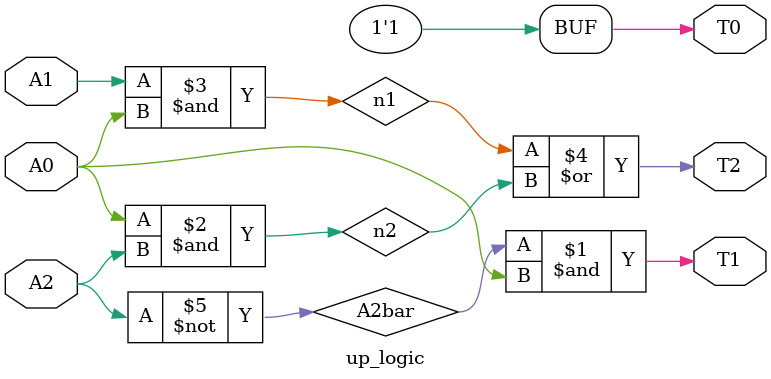
<source format=sv>
module up_logic (input logic A0,A1,A2,output logic T0,T1,T2);
//invertor
not not1 (A2bar,A2);
//for T0
assign T0=1;
//for T1
and andT1 (T1,A2bar,A0);
//for T2
and andT22 (n2,A0,A2);
and andT21 (n1,A1,A0);
or orT2 (T2,n1,n2);
endmodule 
</source>
